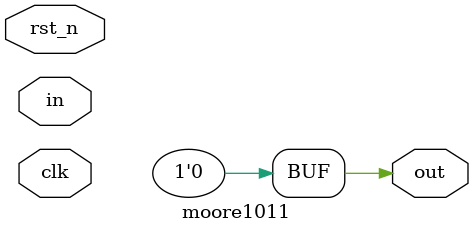
<source format=v>
module moore1011(input in,clk,rst_n,output out);
    //Parameters for states
    parameter A=3'b000, B=3'b001,C=3'b010,D=3'b011,E=3'b100;
    reg out;
    reg [2:0]cnt_state,nxt_state;

    //resetting logic
    always @(posedge clk or negedge rst_n) begin
      if(!rst_n) cnt_state<=A;
      else cnt_state<=nxt_state;
    end

    //next state logic
    always @(*) begin
        nxt_state=A;
        out=1'b0;
        case(cnt_state)
            A: begin // For code readability i have used if and else statements
                if(in) nxt_state=B;
                else nxt_state=A;
            end
            B: begin
                if(in) nxt_state=B;
                else nxt_state=C;
            end
            C: begin
                if(in) nxt_state=D;
                else nxt_state=A;
            end
            D: begin
              if(in) nxt_state=E;
              else nxt_state=C;
            end
            E: begin
                // out=1'b1;  This line will be useful if designing a mealy machine
                if(in) nxt_state=B;
                else nxt_state=C;
            end
        endcase
    end
    always @(*) out= (cnt_state==E);
endmodule

</source>
